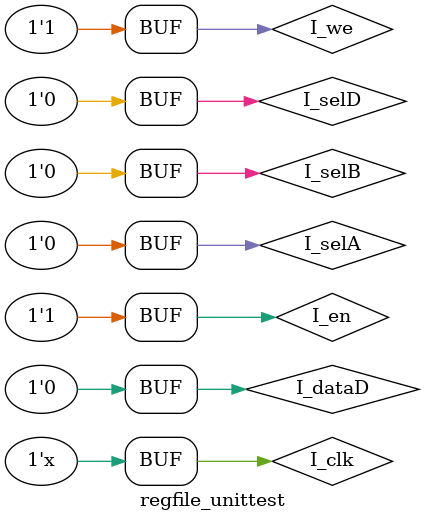
<source format=v>
`timescale 1ns / 1ps


module regfile_unittest();
reg I_clk;
reg I_dataD;
reg I_en;
reg I_selA; 
reg I_selB;
reg I_selD;
reg I_we;
wire O_dataA;
wire O_dataB;
reg_file reg_test(
		I_clk,
		I_en,
		I_we,
		I_selA, 
		I_selB,
		I_selD,
		I_dataD,
		O_dataA,
		O_dataB
		);
initial begin
		I_clk = 1'b0;
		I_dataD = 0;
		I_en = 0;
		I_selA = 0;
		I_selB = 0;
		I_selD = 0;
		I_we = 0;
     #7;
		I_en = 1;
		I_selA = 3'b000;
		I_selB = 3'b001;
		I_selD = 3'b000;
		I_dataD = 16'hFFFF;
		I_we = 1;
	#10;
		I_we = 1'b0;
		I_selD = 3'b010; 
		I_dataD = 16'h2222;
	#10;
		I_we = 1;
	#10;
		I_dataD = 16'h3333;
	#10;
		I_we = 0;
		I_selD = 3'b000; 
		I_dataD = 16'hFEED;
	#10;
		I_selD = 3'b100; 
		I_dataD = 16'h4444; 
	#10; 
		I_we = 1;
	#50;
		I_selA = 3'b100;
		I_selB = 3'b100;
end
always begin   
		#5;
		I_clk = ~I_clk;
  end
endmodule


</source>
